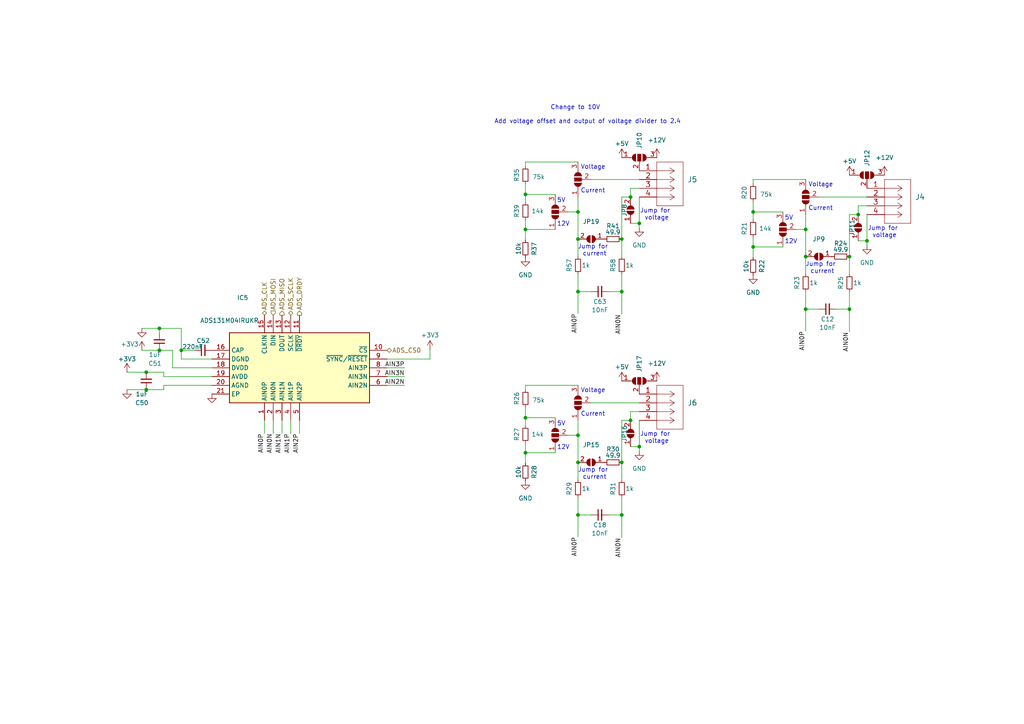
<source format=kicad_sch>
(kicad_sch (version 20250114) (generator "eeschema") (generator_version "9.0")
  (paper "A4")
  (lib_symbols
    (symbol "Device:C_Small" (pin_numbers (hide yes)) (pin_names (offset 0.254) (hide yes))
      (property "Reference" "C" (at 0.254 1.778 0))
      (property "Value" "C_Small" (at 0.254 -2.032 0))
      (symbol "C_Small_0_1"
        (polyline (pts (xy -1.524 0.508) (xy 1.524 0.508)) (stroke (width 0.3048)))
        (polyline (pts (xy -1.524 -0.508) (xy 1.524 -0.508)) (stroke (width 0.3302)))
      )
      (symbol "C_Small_1_1"
        (pin passive line (at 0 2.54 270) (length 2.032) (name "~") (number "1"))
        (pin passive line (at 0 -2.54 90) (length 2.032) (name "~") (number "2"))
      )
    )
    (symbol "Device:R_Small" (pin_numbers (hide yes)) (pin_names (offset 0.254) (hide yes))
      (property "Reference" "R" (at 0.762 0.508 0))
      (property "Value" "R_Small" (at 0.762 -1.016 0))
      (symbol "R_Small_0_1"
        (rectangle (start -0.762 1.778) (end 0.762 -1.778) (stroke (width 0.2032)))
      )
      (symbol "R_Small_1_1"
        (pin passive line (at 0 2.54 270) (length 0.762) (name "~") (number "1"))
        (pin passive line (at 0 -2.54 90) (length 0.762) (name "~") (number "2"))
      )
    )
    (symbol "GND_1" (power) (pin_names (offset 0))
      (property "Value" "GND_1" (at 0 -3.81 0))
      (symbol "GND_1_0_1"
        (polyline (pts (xy 0 0) (xy 0 -1.27) (xy 1.27 -1.27) (xy 0 -2.54) (xy -1.27 -1.27) (xy 0 -1.27)))
      )
      (symbol "GND_1_1_1"
        (pin power_in line (at 0 0 270) (length 0) (hide yes) (name "GND") (number "1"))
      )
    )
    (symbol "Jumper:SolderJumper_2_Open" (pin_names (offset 0) (hide yes))
      (property "Reference" "JP" (at 0 2.032 0))
      (property "Value" "SolderJumper_2_Open" (at 0 -2.54 0))
      (symbol "SolderJumper_2_Open_0_1"
        (polyline (pts (xy -0.254 1.016) (xy -0.254 -1.016)))
        (arc (start -0.254 -1.016) (mid -1.2656 0) (end -0.254 1.016))
        (arc (start -0.254 -1.016) (mid -1.2656 0) (end -0.254 1.016) (fill (type outline)))
        (arc (start 0.254 1.016) (mid 1.2656 0) (end 0.254 -1.016))
        (arc (start 0.254 1.016) (mid 1.2656 0) (end 0.254 -1.016) (fill (type outline)))
        (polyline (pts (xy 0.254 1.016) (xy 0.254 -1.016)))
      )
      (symbol "SolderJumper_2_Open_1_1"
        (pin passive line (at -3.81 0 0) (length 2.54) (name "A") (number "1"))
        (pin passive line (at 3.81 0 180) (length 2.54) (name "B") (number "2"))
      )
    )
    (symbol "Jumper:SolderJumper_3_Open" (pin_names (offset 0) (hide yes))
      (property "Reference" "JP" (at -2.54 -2.54 0))
      (property "Value" "SolderJumper_3_Open" (at 0 2.794 0))
      (symbol "SolderJumper_3_Open_0_1"
        (polyline (pts (xy -2.54 0) (xy -2.032 0)))
        (polyline (pts (xy -1.016 1.016) (xy -1.016 -1.016)))
        (arc (start -1.016 -1.016) (mid -2.0276 0) (end -1.016 1.016))
        (arc (start -1.016 -1.016) (mid -2.0276 0) (end -1.016 1.016) (fill (type outline)))
        (rectangle (start -0.508 1.016) (end 0.508 -1.016) (fill (type outline)))
        (polyline (pts (xy 0 -1.27) (xy 0 -1.016)))
        (arc (start 1.016 1.016) (mid 2.0276 0) (end 1.016 -1.016))
        (arc (start 1.016 1.016) (mid 2.0276 0) (end 1.016 -1.016) (fill (type outline)))
        (polyline (pts (xy 1.016 1.016) (xy 1.016 -1.016)))
        (polyline (pts (xy 2.54 0) (xy 2.032 0)))
      )
      (symbol "SolderJumper_3_Open_1_1"
        (pin passive line (at -5.08 0 0) (length 2.54) (name "A") (number "1"))
        (pin input line (at 0 -3.81 90) (length 2.54) (name "C") (number "2"))
        (pin passive line (at 5.08 0 180) (length 2.54) (name "B") (number "3"))
      )
    )
    (symbol "iclr:1053131104" (pin_names (offset 0.254) (hide yes))
      (property "Reference" "J" (at 8.89 6.35 0))
      (property "Value" "1053131104" (at 10.16 -5.08 0))
      (symbol "1053131104_1_1"
        (polyline (pts (xy 5.08 2.54) (xy 5.08 -10.16)) (stroke (width 0.127)))
        (polyline (pts (xy 5.08 -10.16) (xy 12.7 -10.16)) (stroke (width 0.127)))
        (polyline (pts (xy 10.16 0) (xy 5.08 0)) (stroke (width 0.127)))
        (polyline (pts (xy 10.16 0) (xy 8.89 0.8382)) (stroke (width 0.127)))
        (polyline (pts (xy 10.16 0) (xy 8.89 -0.8382)) (stroke (width 0.127)))
        (polyline (pts (xy 10.16 -2.54) (xy 5.08 -2.54)) (stroke (width 0.127)))
        (polyline (pts (xy 10.16 -2.54) (xy 8.89 -1.7018)) (stroke (width 0.127)))
        (polyline (pts (xy 10.16 -2.54) (xy 8.89 -3.3782)) (stroke (width 0.127)))
        (polyline (pts (xy 10.16 -5.08) (xy 5.08 -5.08)) (stroke (width 0.127)))
        (polyline (pts (xy 10.16 -5.08) (xy 8.89 -4.2418)) (stroke (width 0.127)))
        (polyline (pts (xy 10.16 -5.08) (xy 8.89 -5.9182)) (stroke (width 0.127)))
        (polyline (pts (xy 10.16 -7.62) (xy 5.08 -7.62)) (stroke (width 0.127)))
        (polyline (pts (xy 10.16 -7.62) (xy 8.89 -6.7818)) (stroke (width 0.127)))
        (polyline (pts (xy 10.16 -7.62) (xy 8.89 -8.4582)) (stroke (width 0.127)))
        (polyline (pts (xy 12.7 2.54) (xy 5.08 2.54)) (stroke (width 0.127)))
        (polyline (pts (xy 12.7 -10.16) (xy 12.7 2.54)) (stroke (width 0.127)))
        (pin unspecified line (at 0 0 0) (length 5.08) (name "1") (number "1"))
        (pin unspecified line (at 0 -2.54 0) (length 5.08) (name "2") (number "2"))
        (pin unspecified line (at 0 -5.08 0) (length 5.08) (name "3") (number "3"))
        (pin unspecified line (at 0 -7.62 0) (length 5.08) (name "4") (number "4"))
      )
    )
    (symbol "iclr:ADS131M04IRUKR"
      (property "Reference" "IC" (at 26.67 15.24 0))
      (property "Value" "ADS131M04IRUKR" (at 26.67 12.7 0))
      (symbol "ADS131M04IRUKR_1_1"
        (rectangle (start 5.08 10.16) (end 25.4 -30.48) (stroke (width 0.254)) (fill (type background)))
        (pin passive line (at 0 0 0) (length 5.08) (name "AIN0P") (number "1"))
        (pin passive line (at 0 -2.54 0) (length 5.08) (name "AIN0N") (number "2"))
        (pin passive line (at 0 -5.08 0) (length 5.08) (name "AIN1N") (number "3"))
        (pin passive line (at 0 -7.62 0) (length 5.08) (name "AIN1P") (number "4"))
        (pin passive line (at 0 -10.16 0) (length 5.08) (name "AIN2P") (number "5"))
        (pin passive line (at 7.62 15.24 270) (length 5.08) (name "EP") (number "21"))
        (pin passive line (at 10.16 15.24 270) (length 5.08) (name "AGND") (number "20"))
        (pin passive line (at 10.16 -35.56 90) (length 5.08) (name "AIN2N") (number "6"))
        (pin passive line (at 12.7 15.24 270) (length 5.08) (name "AVDD") (number "19"))
        (pin passive line (at 12.7 -35.56 90) (length 5.08) (name "AIN3N") (number "7"))
        (pin passive line (at 15.24 15.24 270) (length 5.08) (name "DVDD") (number "18"))
        (pin passive line (at 15.24 -35.56 90) (length 5.08) (name "AIN3P") (number "8"))
        (pin passive line (at 17.78 15.24 270) (length 5.08) (name "DGND") (number "17"))
        (pin passive line (at 17.78 -35.56 90) (length 5.08) (name "~{SYNC}/~{RESET}") (number "9"))
        (pin passive line (at 20.32 15.24 270) (length 5.08) (name "CAP") (number "16"))
        (pin passive line (at 20.32 -35.56 90) (length 5.08) (name "~{CS}") (number "10"))
        (pin passive line (at 30.48 0 180) (length 5.08) (name "CLKIN") (number "15"))
        (pin passive line (at 30.48 -2.54 180) (length 5.08) (name "DIN") (number "14"))
        (pin passive line (at 30.48 -5.08 180) (length 5.08) (name "DOUT") (number "13"))
        (pin passive line (at 30.48 -7.62 180) (length 5.08) (name "SCLK") (number "12"))
        (pin passive line (at 30.48 -10.16 180) (length 5.08) (name "~{DRDY}") (number "11"))
      )
    )
    (symbol "power:+12V" (power) (pin_names (offset 0))
      (property "Value" "+12V" (at 0 3.556 0))
      (symbol "+12V_0_1"
        (polyline (pts (xy -0.762 1.27) (xy 0 2.54)))
        (polyline (pts (xy 0 2.54) (xy 0.762 1.27)))
        (polyline (pts (xy 0 0) (xy 0 2.54)))
      )
      (symbol "+12V_1_1"
        (pin power_in line (at 0 0 90) (length 0) (hide yes) (name "+12V") (number "1"))
      )
    )
    (symbol "power:+3.3V" (power) (pin_names (offset 0))
      (property "Value" "+3.3V" (at 0 3.556 0))
      (symbol "+3.3V_0_1"
        (polyline (pts (xy -0.762 1.27) (xy 0 2.54)))
        (polyline (pts (xy 0 2.54) (xy 0.762 1.27)))
        (polyline (pts (xy 0 0) (xy 0 2.54)))
      )
      (symbol "+3.3V_1_1"
        (pin power_in line (at 0 0 90) (length 0) (hide yes) (name "+3V3") (number "1"))
      )
    )
    (symbol "power:+3V3" (power) (pin_numbers (hide yes)) (pin_names (offset 0) (hide yes))
      (property "Value" "+3V3" (at 0 3.556 0))
      (symbol "+3V3_0_1"
        (polyline (pts (xy -0.762 1.27) (xy 0 2.54)))
        (polyline (pts (xy 0 2.54) (xy 0.762 1.27)))
        (polyline (pts (xy 0 0) (xy 0 2.54)))
      )
      (symbol "+3V3_1_1"
        (pin power_in line (at 0 0 90) (length 0) (name "~") (number "1"))
      )
    )
    (symbol "power:+5V" (power) (pin_names (offset 0))
      (property "Value" "+5V" (at 0 3.556 0))
      (symbol "+5V_0_1"
        (polyline (pts (xy -0.762 1.27) (xy 0 2.54)))
        (polyline (pts (xy 0 2.54) (xy 0.762 1.27)))
        (polyline (pts (xy 0 0) (xy 0 2.54)))
      )
      (symbol "+5V_1_1"
        (pin power_in line (at 0 0 90) (length 0) (hide yes) (name "+5V") (number "1"))
      )
    )
    (symbol "power:GND" (power) (pin_names (offset 0))
      (property "Value" "GND" (at 0 -3.81 0))
      (symbol "GND_0_1"
        (polyline (pts (xy 0 0) (xy 0 -1.27) (xy 1.27 -1.27) (xy 0 -2.54) (xy -1.27 -1.27) (xy 0 -1.27)))
      )
      (symbol "GND_1_1"
        (pin power_in line (at 0 0 270) (length 0) (hide yes) (name "GND") (number "1"))
      )
    )
  )
  (text "Jump for \ncurrent" (at 172.466 139.192 0) (effects (font (size 1.27 1.27)) (justify bottom)))
  (text "12V\n" (at 161.544 130.556 0) (effects (font (size 1.27 1.27)) (justify left bottom)))
  (text "Add voltage offset and output of voltage divider to 2.4" (at 170.434 35.306 0) (effects (font (size 1.27 1.27))))
  (text "12V\n" (at 161.544 65.786 0) (effects (font (size 1.27 1.27)) (justify left bottom)))
  (text "Voltage" (at 168.402 49.276 0) (effects (font (size 1.27 1.27)) (justify left bottom)))
  (text "5V" (at 161.544 58.928 0) (effects (font (size 1.27 1.27)) (justify left bottom)))
  (text "Jump for \nvoltage" (at 256.54 69.088 0) (effects (font (size 1.27 1.27)) (justify bottom)))
  (text "Change to 10V" (at 166.878 31.242 0) (effects (font (size 1.27 1.27))))
  (text "Jump for \ncurrent" (at 238.506 79.502 0) (effects (font (size 1.27 1.27)) (justify bottom)))
  (text "5V" (at 161.544 123.698 0) (effects (font (size 1.27 1.27)) (justify left bottom)))
  (text "Current" (at 234.442 61.214 0) (effects (font (size 1.27 1.27)) (justify left bottom)))
  (text "Current" (at 168.402 120.904 0) (effects (font (size 1.27 1.27)) (justify left bottom)))
  (text "Voltage" (at 168.402 114.046 0) (effects (font (size 1.27 1.27)) (justify left bottom)))
  (text "Current" (at 168.402 56.134 0) (effects (font (size 1.27 1.27)) (justify left bottom)))
  (text "Jump for \nvoltage" (at 190.5 128.778 0) (effects (font (size 1.27 1.27)) (justify bottom)))
  (text "Voltage" (at 234.442 54.356 0) (effects (font (size 1.27 1.27)) (justify left bottom)))
  (text "5V" (at 227.584 64.008 0) (effects (font (size 1.27 1.27)) (justify left bottom)))
  (text "12V\n" (at 227.584 70.866 0) (effects (font (size 1.27 1.27)) (justify left bottom)))
  (text "Jump for \ncurrent" (at 172.466 74.422 0) (effects (font (size 1.27 1.27)) (justify bottom)))
  (text "Jump for \nvoltage" (at 190.5 64.008 0) (effects (font (size 1.27 1.27)) (justify bottom)))
  (junction (at 167.64 69.342))
  (junction (at 42.418 107.95))
  (junction (at 167.64 149.352))
  (junction (at 152.4 131.318))
  (junction (at 251.46 69.85))
  (junction (at 42.418 113.03))
  (junction (at 152.4 121.158))
  (junction (at 218.44 71.628))
  (junction (at 248.92 62.23))
  (junction (at 185.42 64.77))
  (junction (at 233.68 89.662))
  (junction (at 246.38 74.422))
  (junction (at 167.64 61.468))
  (junction (at 185.42 129.54))
  (junction (at 180.34 84.582))
  (junction (at 46.228 95.25))
  (junction (at 182.88 121.92))
  (junction (at 152.4 56.388))
  (junction (at 46.228 101.6))
  (junction (at 167.64 134.112))
  (junction (at 167.64 126.238))
  (junction (at 233.68 66.548))
  (junction (at 180.34 149.352))
  (junction (at 180.34 134.112))
  (junction (at 233.68 74.422))
  (junction (at 182.88 57.15))
  (junction (at 152.4 66.548))
  (junction (at 218.44 61.468))
  (junction (at 52.578 101.6))
  (junction (at 246.38 89.662))
  (junction (at 180.34 69.342))
  (junction (at 167.64 84.582))
  (wire (pts (xy 152.4 121.158) (xy 161.036 121.158)))
  (wire (pts (xy 152.4 66.548) (xy 152.4 69.596)))
  (wire (pts (xy 218.44 58.42) (xy 218.44 61.468)))
  (wire (pts (xy 152.4 63.754) (xy 152.4 66.548)))
  (wire (pts (xy 112.268 111.76) (xy 117.348 111.76)))
  (wire (pts (xy 41.148 101.6) (xy 46.228 101.6)))
  (wire (pts (xy 36.83 113.03) (xy 42.418 113.03)))
  (wire (pts (xy 79.248 125.73) (xy 79.248 121.92)))
  (wire (pts (xy 167.64 144.272) (xy 167.64 149.352)))
  (wire (pts (xy 185.42 129.54) (xy 185.42 130.81)))
  (wire (pts (xy 167.64 84.582) (xy 171.45 84.582)))
  (wire (pts (xy 237.49 57.15) (xy 251.46 57.15)))
  (wire (pts (xy 50.038 106.68) (xy 61.468 106.68)))
  (wire (pts (xy 164.846 61.468) (xy 167.64 61.468)))
  (wire (pts (xy 176.53 84.582) (xy 180.34 84.582)))
  (wire (pts (xy 84.328 125.73) (xy 84.328 121.92)))
  (wire (pts (xy 52.578 101.6) (xy 52.578 104.14)))
  (wire (pts (xy 218.44 71.628) (xy 227.076 71.628)))
  (wire (pts (xy 218.44 61.468) (xy 218.44 63.754)))
  (wire (pts (xy 47.498 111.76) (xy 61.468 111.76)))
  (wire (pts (xy 185.42 64.77) (xy 185.42 66.04)))
  (wire (pts (xy 152.4 118.11) (xy 152.4 121.158)))
  (wire (pts (xy 167.64 134.112) (xy 167.64 139.192)))
  (wire (pts (xy 180.34 134.112) (xy 180.34 121.92)))
  (wire (pts (xy 246.38 89.662) (xy 246.38 84.582)))
  (wire (pts (xy 152.4 121.158) (xy 152.4 123.444)))
  (wire (pts (xy 152.4 56.388) (xy 161.036 56.388)))
  (wire (pts (xy 180.34 69.342) (xy 180.34 74.422)))
  (wire (pts (xy 251.46 62.23) (xy 251.46 69.85)))
  (wire (pts (xy 81.788 125.73) (xy 81.788 121.92)))
  (wire (pts (xy 182.88 64.77) (xy 185.42 64.77)))
  (wire (pts (xy 233.68 74.422) (xy 233.68 79.502)))
  (wire (pts (xy 180.34 69.342) (xy 180.34 57.15)))
  (wire (pts (xy 152.4 128.524) (xy 152.4 131.318)))
  (wire (pts (xy 47.498 107.95) (xy 47.498 109.22)))
  (wire (pts (xy 52.578 101.6) (xy 56.388 101.6)))
  (wire (pts (xy 233.68 66.548) (xy 233.68 74.422)))
  (wire (pts (xy 167.64 149.352) (xy 171.45 149.352)))
  (wire (pts (xy 124.714 101.346) (xy 124.714 104.14)))
  (wire (pts (xy 233.68 62.23) (xy 233.68 66.548)))
  (wire (pts (xy 152.4 131.318) (xy 152.4 134.366)))
  (wire (pts (xy 180.34 84.582) (xy 180.34 79.502)))
  (wire (pts (xy 233.68 89.662) (xy 233.68 96.012)))
  (wire (pts (xy 152.4 111.76) (xy 152.4 113.03)))
  (wire (pts (xy 251.46 69.85) (xy 251.46 71.12)))
  (wire (pts (xy 47.498 109.22) (xy 61.468 109.22)))
  (wire (pts (xy 41.148 95.25) (xy 46.228 95.25)))
  (wire (pts (xy 152.4 53.34) (xy 152.4 56.388)))
  (wire (pts (xy 167.64 126.238) (xy 167.64 134.112)))
  (wire (pts (xy 246.38 62.23) (xy 248.92 62.23)))
  (wire (pts (xy 52.578 95.25) (xy 52.578 101.6)))
  (wire (pts (xy 76.708 125.73) (xy 76.708 121.92)))
  (wire (pts (xy 218.44 61.468) (xy 227.076 61.468)))
  (wire (pts (xy 246.38 89.662) (xy 246.38 96.266)))
  (wire (pts (xy 167.64 61.468) (xy 167.64 69.342)))
  (wire (pts (xy 182.88 129.54) (xy 185.42 129.54)))
  (wire (pts (xy 248.92 69.85) (xy 251.46 69.85)))
  (wire (pts (xy 50.038 101.6) (xy 50.038 106.68)))
  (wire (pts (xy 86.868 125.73) (xy 86.868 121.92)))
  (wire (pts (xy 180.34 149.352) (xy 180.34 144.272)))
  (wire (pts (xy 47.498 113.03) (xy 47.498 111.76)))
  (wire (pts (xy 248.92 59.69) (xy 248.92 62.23)))
  (wire (pts (xy 218.44 71.628) (xy 218.44 74.676)))
  (wire (pts (xy 218.44 52.07) (xy 218.44 53.34)))
  (wire (pts (xy 246.38 74.422) (xy 246.38 79.502)))
  (wire (pts (xy 182.88 119.38) (xy 182.88 121.92)))
  (wire (pts (xy 171.45 116.84) (xy 185.42 116.84)))
  (wire (pts (xy 176.53 149.352) (xy 180.34 149.352)))
  (wire (pts (xy 233.68 52.07) (xy 218.44 52.07)))
  (wire (pts (xy 52.578 104.14) (xy 61.468 104.14)))
  (wire (pts (xy 185.42 121.92) (xy 185.42 129.54)))
  (wire (pts (xy 171.45 52.07) (xy 185.42 52.07)))
  (wire (pts (xy 180.34 57.15) (xy 182.88 57.15)))
  (wire (pts (xy 248.92 59.69) (xy 251.46 59.69)))
  (wire (pts (xy 167.64 111.76) (xy 152.4 111.76)))
  (wire (pts (xy 42.418 107.95) (xy 47.498 107.95)))
  (wire (pts (xy 152.4 66.548) (xy 161.036 66.548)))
  (wire (pts (xy 46.228 95.25) (xy 46.228 96.52)))
  (wire (pts (xy 112.268 104.14) (xy 124.714 104.14)))
  (wire (pts (xy 167.64 46.99) (xy 152.4 46.99)))
  (wire (pts (xy 233.68 84.582) (xy 233.68 89.662)))
  (wire (pts (xy 112.268 109.22) (xy 117.348 109.22)))
  (wire (pts (xy 246.38 74.422) (xy 246.38 62.23)))
  (wire (pts (xy 167.64 57.15) (xy 167.64 61.468)))
  (wire (pts (xy 42.418 107.95) (xy 36.83 107.95)))
  (wire (pts (xy 152.4 131.318) (xy 161.036 131.318)))
  (wire (pts (xy 182.88 54.61) (xy 182.88 57.15)))
  (wire (pts (xy 42.418 113.03) (xy 47.498 113.03)))
  (wire (pts (xy 185.42 57.15) (xy 185.42 64.77)))
  (wire (pts (xy 167.64 149.352) (xy 167.64 155.702)))
  (wire (pts (xy 180.34 121.92) (xy 182.88 121.92)))
  (wire (pts (xy 152.4 46.99) (xy 152.4 48.26)))
  (wire (pts (xy 218.44 68.834) (xy 218.44 71.628)))
  (wire (pts (xy 230.886 66.548) (xy 233.68 66.548)))
  (wire (pts (xy 167.64 79.502) (xy 167.64 84.582)))
  (wire (pts (xy 46.228 101.6) (xy 50.038 101.6)))
  (wire (pts (xy 242.57 89.662) (xy 246.38 89.662)))
  (wire (pts (xy 182.88 54.61) (xy 185.42 54.61)))
  (wire (pts (xy 152.4 56.388) (xy 152.4 58.674)))
  (wire (pts (xy 164.846 126.238) (xy 167.64 126.238)))
  (wire (pts (xy 180.34 84.582) (xy 180.34 91.186)))
  (wire (pts (xy 180.34 134.112) (xy 180.34 139.192)))
  (wire (pts (xy 180.34 149.352) (xy 180.34 155.956)))
  (wire (pts (xy 167.64 84.582) (xy 167.64 90.932)))
  (wire (pts (xy 46.228 95.25) (xy 52.578 95.25)))
  (wire (pts (xy 233.68 89.662) (xy 237.49 89.662)))
  (wire (pts (xy 182.88 119.38) (xy 185.42 119.38)))
  (wire (pts (xy 112.268 106.68) (xy 117.348 106.68)))
  (wire (pts (xy 167.64 69.342) (xy 167.64 74.422)))
  (wire (pts (xy 167.64 121.92) (xy 167.64 126.238)))
  (label "AIN2P" (at 86.868 125.73 270))
  (label "AIN2N" (at 117.348 111.76 180))
  (label "AIN0N" (at 79.248 125.73 270))
  (label "AIN1N" (at 81.788 125.73 270))
  (label "AIN3N" (at 117.348 109.22 180))
  (label "AIN0N" (at 246.38 96.266 270))
  (label "AIN0P" (at 167.64 90.932 270))
  (label "AIN0P" (at 167.64 155.702 270))
  (label "AIN1P" (at 84.328 125.73 270))
  (label "AIN0N" (at 180.34 91.186 270))
  (label "AIN3P" (at 117.348 106.68 180))
  (label "AIN0N" (at 180.34 155.956 270))
  (label "AIN0P" (at 76.708 125.73 270))
  (label "AIN0P" (at 233.68 96.012 270))
  (hierarchical_label "ADS_DRDY" (shape output) (at 86.868 91.44 90))
  (hierarchical_label "ADS_CLK" (shape bidirectional) (at 76.708 91.44 90))
  (hierarchical_label "ADS_MISO" (shape output) (at 81.788 91.44 90))
  (hierarchical_label "ADS_SCLK" (shape bidirectional) (at 84.328 91.44 90))
  (hierarchical_label "ADS_CS0" (shape bidirectional) (at 112.268 101.6 0))
  (hierarchical_label "ADS_MOSI" (shape input) (at 79.248 91.44 90))
  (symbol (lib_id "Jumper:SolderJumper_2_Open") (at 248.92 66.04 90) (unit 1)
    (property "Reference" "JP11" (at 247.142 66.04 0))
    (property "Value" "SolderJumper_2_Open" (effects (hide yes)))
    (property "Footprint" "iclr:SmallerSolderJP" (effects (hide yes)))
  )
  (symbol (lib_id "power:GND") (at 185.42 66.04 0) (unit 1)
    (property "Reference" "#PWR098" (effects (hide yes)))
    (property "Value" "GND" (at 185.42 71.12 0))
  )
  (symbol (lib_id "power:+5V") (at 180.34 45.72 0) (unit 1)
    (property "Reference" "#PWR0103" (effects (hide yes)))
    (property "Value" "+5V" (at 180.34 41.656 0))
  )
  (symbol (lib_id "Jumper:SolderJumper_2_Open") (at 182.88 60.96 90) (unit 1)
    (property "Reference" "JP8" (at 181.102 60.96 0))
    (property "Value" "SolderJumper_2_Open" (effects (hide yes)))
    (property "Footprint" "iclr:SmallerSolderJP" (effects (hide yes)))
  )
  (symbol (lib_id "Jumper:SolderJumper_2_Open") (at 171.45 134.112 180) (unit 1)
    (property "Reference" "JP15" (at 171.45 129.032 0))
    (property "Value" "SolderJumper_2_Open" (effects (hide yes)))
    (property "Footprint" "iclr:SmallerSolderJP" (effects (hide yes)))
  )
  (symbol (lib_id "Jumper:SolderJumper_3_Open") (at 185.42 110.49 0) (unit 1)
    (property "Reference" "JP17" (at 185.42 107.95 90) (effects (justify left)))
    (property "Value" "SolderJumper_3_Open" (effects (hide yes)))
    (property "Footprint" "Jumper:SolderJumper-3_P1.3mm_Open_RoundedPad1.0x1.5mm_NumberLabels" (effects (hide yes)))
  )
  (symbol (lib_id "power:+5V") (at 180.34 110.49 0) (unit 1)
    (property "Reference" "#PWR058" (effects (hide yes)))
    (property "Value" "+5V" (at 180.34 106.426 0))
  )
  (symbol (lib_name "GND_1") (lib_id "power:GND") (at 61.468 114.3 0) (unit 1)
    (property "Reference" "#PWR0121" (effects (hide yes)))
    (property "Value" "GND" (effects (hide yes)))
  )
  (symbol (lib_id "power:+3V3") (at 124.714 101.346 0) (unit 1)
    (property "Reference" "#PWR052" (effects (hide yes)))
    (property "Value" "+3V3" (at 124.714 97.2129 0))
    (property "Description" "Power symbol creates a global label with name \"+3V3\"" (effects (hide yes)))
  )
  (symbol (lib_id "Jumper:SolderJumper_2_Open") (at 182.88 125.73 90) (unit 1)
    (property "Reference" "JP16" (at 181.102 125.73 0))
    (property "Value" "SolderJumper_2_Open" (effects (hide yes)))
    (property "Footprint" "iclr:SmallerSolderJP" (effects (hide yes)))
  )
  (symbol (lib_id "Jumper:SolderJumper_2_Open") (at 171.45 69.342 180) (unit 1)
    (property "Reference" "JP19" (at 171.45 64.262 0))
    (property "Value" "SolderJumper_2_Open" (effects (hide yes)))
    (property "Footprint" "iclr:SmallerSolderJP" (effects (hide yes)))
  )
  (symbol (lib_id "Jumper:SolderJumper_3_Open") (at 161.036 126.238 90) (unit 1)
    (property "Reference" "JP13" (effects (hide yes)))
    (property "Value" "SolderJumper_3_Open" (effects (hide yes)))
    (property "Footprint" "Jumper:SolderJumper-3_P1.3mm_Open_RoundedPad1.0x1.5mm_NumberLabels" (effects (hide yes)))
  )
  (symbol (lib_id "Device:R_Small") (at 246.38 82.042 0) (unit 1)
    (property "Reference" "R25" (at 243.84 82.042 90))
    (property "Value" "1k" (at 248.666 82.042 0))
    (property "Footprint" "Resistor_SMD:R_0402_1005Metric" (effects (hide yes)))
  )
  (symbol (lib_id "Device:R_Small") (at 167.64 141.732 0) (unit 1)
    (property "Reference" "R29" (at 165.1 141.732 90))
    (property "Value" "1k" (at 169.926 141.732 0))
    (property "Footprint" "Resistor_SMD:R_0402_1005Metric" (effects (hide yes)))
  )
  (symbol (lib_id "power:GND") (at 218.44 79.756 0) (unit 1)
    (property "Reference" "#PWR053" (effects (hide yes)))
    (property "Value" "GND" (at 218.44 84.836 0))
  )
  (symbol (lib_id "power:+3.3V") (at 41.148 101.6 0) (unit 1)
    (property "Reference" "#PWR091" (effects (hide yes)))
    (property "Value" "+3V3" (at 37.592 99.822 0))
  )
  (symbol (lib_id "Device:R_Small") (at 152.4 115.57 0) (unit 1)
    (property "Reference" "R26" (at 149.86 115.57 90))
    (property "Value" "75k" (at 156.21 116.078 0))
    (property "Footprint" "Resistor_SMD:R_0402_1005Metric" (effects (hide yes)))
    (property "MPN" "RT0402BRD0775KL" (effects (hide yes)))
  )
  (symbol (lib_id "Device:R_Small") (at 243.84 74.422 90) (unit 1)
    (property "Reference" "R24" (at 243.84 70.612 90))
    (property "Value" "49.9" (at 243.84 72.39 90))
    (property "Footprint" "Resistor_SMD:R_0402_1005Metric" (effects (hide yes)))
    (property "MPN" "RT0402BRD0749R9L" (effects (hide yes)))
  )
  (symbol (lib_id "power:+5V") (at 246.38 50.8 0) (unit 1)
    (property "Reference" "#PWR054" (effects (hide yes)))
    (property "Value" "+5V" (at 246.38 46.736 0))
  )
  (symbol (lib_id "Jumper:SolderJumper_3_Open") (at 167.64 116.84 90) (unit 1)
    (property "Reference" "JP14" (effects (hide yes)))
    (property "Value" "SolderJumper_3_Open" (effects (hide yes)))
    (property "Footprint" "Jumper:SolderJumper-3_P1.3mm_Open_RoundedPad1.0x1.5mm_NumberLabels" (effects (hide yes)))
  )
  (symbol (lib_id "power:GND") (at 251.46 71.12 0) (unit 1)
    (property "Reference" "#PWR055" (effects (hide yes)))
    (property "Value" "GND" (at 251.46 76.2 0))
  )
  (symbol (lib_id "Jumper:SolderJumper_3_Open") (at 161.036 61.468 90) (unit 1)
    (property "Reference" "JP6" (effects (hide yes)))
    (property "Value" "SolderJumper_3_Open" (effects (hide yes)))
    (property "Footprint" "Jumper:SolderJumper-3_P1.3mm_Open_RoundedPad1.0x1.5mm_NumberLabels" (effects (hide yes)))
  )
  (symbol (lib_id "iclr:ADS131M04IRUKR") (at 76.708 121.92 90) (unit 1)
    (property "Reference" "IC5" (at 70.3894 86.36 90))
    (property "Value" "ADS131M04IRUKR" (at 66.548 92.964 90))
    (property "Footprint" "QFN40P300X300X80-21N-D" (effects (hide yes)))
    (property "Datasheet" "https://www.ti.com/lit/ds/symlink/ads131m04.pdf?ts=1684296802707" (effects (hide yes)))
    (property "Description" "4-channel, simultaneously-sampling, 24-bit, delta-sigma ADC" (effects (hide yes)))
    (property "Height" "0.8" (effects (hide yes)))
    (property "Manufacturer_Name" "Texas Instruments" (effects (hide yes)))
    (property "Manufacturer_Part_Number" "ADS131M04IRUKR" (effects (hide yes)))
    (property "Mouser Part Number" "595-ADS131M04IRUKR" (effects (hide yes)))
    (property "Mouser Price/Stock" "https://www.mouser.co.uk/ProductDetail/Texas-Instruments/ADS131M04IRUKR?qs=vLWxofP3U2wP1yUmK0B01A%3D%3D" (effects (hide yes)))
    (property "Arrow Part Number" "ADS131M04IRUKR" (effects (hide yes)))
    (property "Arrow Price/Stock" "https://www.arrow.com/en/products/ads131m04irukr/texas-instruments?region=nac" (effects (hide yes)))
    (property "MPN" "ADS131M04IRUKR" (effects (hide yes)))
  )
  (symbol (lib_id "Device:R_Small") (at 152.4 50.8 0) (unit 1)
    (property "Reference" "R35" (at 149.86 50.8 90))
    (property "Value" "75k" (at 156.21 51.308 0))
    (property "Footprint" "Resistor_SMD:R_0402_1005Metric" (effects (hide yes)))
    (property "MPN" "RT0402BRD0775KL" (effects (hide yes)))
  )
  (symbol (lib_id "Device:R_Small") (at 180.34 141.732 0) (unit 1)
    (property "Reference" "R31" (at 177.8 141.732 90))
    (property "Value" "1k" (at 182.626 141.732 0))
    (property "Footprint" "Resistor_SMD:R_0402_1005Metric" (effects (hide yes)))
  )
  (symbol (lib_id "Device:R_Small") (at 177.8 69.342 90) (unit 1)
    (property "Reference" "R41" (at 177.8 65.532 90))
    (property "Value" "49.9" (at 177.8 67.31 90))
    (property "Footprint" "Resistor_SMD:R_0402_1005Metric" (effects (hide yes)))
    (property "MPN" "RT0402BRD0749R9L" (effects (hide yes)))
  )
  (symbol (lib_id "Jumper:SolderJumper_3_Open") (at 227.076 66.548 90) (unit 1)
    (property "Reference" "JP4" (effects (hide yes)))
    (property "Value" "SolderJumper_3_Open" (effects (hide yes)))
    (property "Footprint" "Jumper:SolderJumper-3_P1.3mm_Open_RoundedPad1.0x1.5mm_NumberLabels" (effects (hide yes)))
  )
  (symbol (lib_id "Device:R_Small") (at 152.4 61.214 0) (unit 1)
    (property "Reference" "R39" (at 149.86 61.214 90))
    (property "Value" "14k" (at 155.956 61.214 0))
    (property "Footprint" "Resistor_SMD:R_0402_1005Metric" (effects (hide yes)))
    (property "MPN" "0402WGF1402TCE" (effects (hide yes)))
  )
  (symbol (lib_name "GND_1") (lib_id "power:GND") (at 36.83 113.03 0) (unit 1)
    (property "Reference" "#PWR089" (effects (hide yes)))
    (property "Value" "GND" (effects (hide yes)))
  )
  (symbol (lib_id "Device:R_Small") (at 177.8 134.112 90) (unit 1)
    (property "Reference" "R30" (at 177.8 130.302 90))
    (property "Value" "49.9" (at 177.8 132.08 90))
    (property "Footprint" "Resistor_SMD:R_0402_1005Metric" (effects (hide yes)))
    (property "MPN" "RT0402BRD0749R9L" (effects (hide yes)))
  )
  (symbol (lib_id "iclr:1053131104") (at 185.42 114.3 0) (unit 1)
    (property "Reference" "J6" (at 199.39 116.84 0) (effects (font (size 1.524 1.524)) (justify left)))
    (property "Value" "1053131104" (effects (hide yes)))
    (property "Footprint" "Connector_Molex:Molex_Nano-Fit_105313-xx04_1x04_P2.50mm_Horizontal" (effects (hide yes)))
  )
  (symbol (lib_id "Jumper:SolderJumper_3_Open") (at 167.64 52.07 90) (unit 1)
    (property "Reference" "JP5" (effects (hide yes)))
    (property "Value" "SolderJumper_3_Open" (effects (hide yes)))
    (property "Footprint" "Jumper:SolderJumper-3_P1.3mm_Open_RoundedPad1.0x1.5mm_NumberLabels" (effects (hide yes)))
  )
  (symbol (lib_id "Device:R_Small") (at 233.68 82.042 0) (unit 1)
    (property "Reference" "R23" (at 231.14 82.042 90))
    (property "Value" "1k" (at 235.966 82.042 0))
    (property "Footprint" "Resistor_SMD:R_0402_1005Metric" (effects (hide yes)))
  )
  (symbol (lib_id "power:+12V") (at 190.5 110.49 0) (unit 1)
    (property "Reference" "#PWR060" (effects (hide yes)))
    (property "Value" "+12V" (at 190.5 105.41 0))
  )
  (symbol (lib_id "Jumper:SolderJumper_3_Open") (at 233.68 57.15 90) (unit 1)
    (property "Reference" "JP7" (effects (hide yes)))
    (property "Value" "SolderJumper_3_Open" (effects (hide yes)))
    (property "Footprint" "Jumper:SolderJumper-3_P1.3mm_Open_RoundedPad1.0x1.5mm_NumberLabels" (effects (hide yes)))
  )
  (symbol (lib_id "Device:R_Small") (at 152.4 72.136 180) (unit 1)
    (property "Reference" "R37" (at 154.94 72.136 90))
    (property "Value" "10k" (at 150.368 72.136 90))
    (property "Footprint" "Resistor_SMD:R_0402_1005Metric" (effects (hide yes)))
    (property "MPN" " ERA2ARB103X" (effects (hide yes)))
  )
  (symbol (lib_id "Device:C_Small") (at 46.228 99.06 180) (unit 1)
    (property "Reference" "C51" (at 44.958 105.41 0))
    (property "Value" "1uF" (at 44.958 102.87 0))
    (property "Footprint" "Capacitor_SMD:C_0402_1005Metric" (effects (hide yes)))
  )
  (symbol (lib_id "Device:R_Small") (at 180.34 76.962 0) (unit 1)
    (property "Reference" "R58" (at 177.8 76.962 90))
    (property "Value" "1k" (at 182.626 76.962 0))
    (property "Footprint" "Resistor_SMD:R_0402_1005Metric" (effects (hide yes)))
  )
  (symbol (lib_id "power:GND") (at 185.42 130.81 0) (unit 1)
    (property "Reference" "#PWR059" (effects (hide yes)))
    (property "Value" "GND" (at 185.42 135.89 0))
  )
  (symbol (lib_id "power:GND") (at 152.4 74.676 0) (unit 1)
    (property "Reference" "#PWR094" (effects (hide yes)))
    (property "Value" "GND" (at 152.4 79.756 0))
  )
  (symbol (lib_id "Jumper:SolderJumper_2_Open") (at 237.49 74.422 180) (unit 1)
    (property "Reference" "JP9" (at 237.49 69.342 0))
    (property "Value" "SolderJumper_2_Open" (effects (hide yes)))
    (property "Footprint" "iclr:SmallerSolderJP" (effects (hide yes)))
  )
  (symbol (lib_id "power:+12V") (at 190.5 45.72 0) (unit 1)
    (property "Reference" "#PWR0100" (effects (hide yes)))
    (property "Value" "+12V" (at 190.5 40.64 0))
  )
  (symbol (lib_id "Device:C_Small") (at 42.418 110.49 180) (unit 1)
    (property "Reference" "C50" (at 41.148 116.84 0))
    (property "Value" "1uF" (at 41.148 114.3 0))
    (property "Footprint" "Capacitor_SMD:C_0402_1005Metric" (effects (hide yes)))
  )
  (symbol (lib_id "Jumper:SolderJumper_3_Open") (at 251.46 50.8 0) (unit 1)
    (property "Reference" "JP12" (at 251.46 48.26 90) (effects (justify left)))
    (property "Value" "SolderJumper_3_Open" (effects (hide yes)))
    (property "Footprint" "Jumper:SolderJumper-3_P1.3mm_Open_RoundedPad1.0x1.5mm_NumberLabels" (effects (hide yes)))
  )
  (symbol (lib_id "Device:R_Small") (at 152.4 136.906 180) (unit 1)
    (property "Reference" "R28" (at 154.94 136.906 90))
    (property "Value" "10k" (at 150.368 136.906 90))
    (property "Footprint" "Resistor_SMD:R_0402_1005Metric" (effects (hide yes)))
    (property "MPN" " ERA2ARB103X" (effects (hide yes)))
  )
  (symbol (lib_id "Device:R_Small") (at 152.4 125.984 0) (unit 1)
    (property "Reference" "R27" (at 149.86 125.984 90))
    (property "Value" "14k" (at 155.956 125.984 0))
    (property "Footprint" "Resistor_SMD:R_0402_1005Metric" (effects (hide yes)))
    (property "MPN" "0402WGF1402TCE" (effects (hide yes)))
  )
  (symbol (lib_name "GND_1") (lib_id "power:GND") (at 41.148 95.25 0) (unit 1)
    (property "Reference" "#PWR090" (effects (hide yes)))
    (property "Value" "GND" (effects (hide yes)))
  )
  (symbol (lib_id "Jumper:SolderJumper_3_Open") (at 185.42 45.72 0) (unit 1)
    (property "Reference" "JP10" (at 185.42 43.18 90) (effects (justify left)))
    (property "Value" "SolderJumper_3_Open" (effects (hide yes)))
    (property "Footprint" "Jumper:SolderJumper-3_P1.3mm_Open_RoundedPad1.0x1.5mm_NumberLabels" (effects (hide yes)))
  )
  (symbol (lib_id "Device:R_Small") (at 218.44 55.88 0) (unit 1)
    (property "Reference" "R20" (at 215.9 55.88 90))
    (property "Value" "75k" (at 222.25 56.388 0))
    (property "Footprint" "Resistor_SMD:R_0402_1005Metric" (effects (hide yes)))
    (property "MPN" "RT0402BRD0775KL" (effects (hide yes)))
  )
  (symbol (lib_id "Device:R_Small") (at 218.44 66.294 0) (unit 1)
    (property "Reference" "R21" (at 215.9 66.294 90))
    (property "Value" "14k" (at 221.996 66.294 0))
    (property "Footprint" "Resistor_SMD:R_0402_1005Metric" (effects (hide yes)))
    (property "MPN" "0402WGF1402TCE" (effects (hide yes)))
  )
  (symbol (lib_id "Device:C_Small") (at 240.03 89.662 90) (unit 1)
    (property "Reference" "C12" (at 240.03 92.5717 90))
    (property "Value" "10nF" (at 240.03 94.996 90))
    (property "Footprint" "Capacitor_SMD:C_0402_1005Metric" (effects (hide yes)))
    (property "Description" "Unpolarized capacitor, small symbol" (effects (hide yes)))
  )
  (symbol (lib_id "Device:C_Small") (at 173.99 149.352 90) (unit 1)
    (property "Reference" "C18" (at 173.99 152.2617 90))
    (property "Value" "10nF" (at 173.99 154.686 90))
    (property "Footprint" "Capacitor_SMD:C_0402_1005Metric" (effects (hide yes)))
    (property "Description" "Unpolarized capacitor, small symbol" (effects (hide yes)))
  )
  (symbol (lib_id "iclr:1053131104") (at 251.46 54.61 0) (unit 1)
    (property "Reference" "J4" (at 265.43 57.15 0) (effects (font (size 1.524 1.524)) (justify left)))
    (property "Value" "1053131104" (effects (hide yes)))
    (property "Footprint" "Connector_Molex:Molex_Nano-Fit_105313-xx04_1x04_P2.50mm_Horizontal" (effects (hide yes)))
  )
  (symbol (lib_id "Device:R_Small") (at 218.44 77.216 180) (unit 1)
    (property "Reference" "R22" (at 220.98 77.216 90))
    (property "Value" "10k" (at 216.408 77.216 90))
    (property "Footprint" "Resistor_SMD:R_0402_1005Metric" (effects (hide yes)))
    (property "MPN" " ERA2ARB103X" (effects (hide yes)))
  )
  (symbol (lib_id "Device:C_Small") (at 58.928 101.6 90) (unit 1)
    (property "Reference" "C52" (at 58.928 98.806 90))
    (property "Value" "220nF" (at 55.88 100.584 90))
    (property "Footprint" "Capacitor_SMD:C_0402_1005Metric" (effects (hide yes)))
  )
  (symbol (lib_id "power:GND") (at 152.4 139.446 0) (unit 1)
    (property "Reference" "#PWR057" (effects (hide yes)))
    (property "Value" "GND" (at 152.4 144.526 0))
  )
  (symbol (lib_id "iclr:1053131104") (at 185.42 49.53 0) (unit 1)
    (property "Reference" "J5" (at 199.39 52.07 0) (effects (font (size 1.524 1.524)) (justify left)))
    (property "Value" "1053131104" (effects (hide yes)))
    (property "Footprint" "Connector_Molex:Molex_Nano-Fit_105313-xx04_1x04_P2.50mm_Horizontal" (effects (hide yes)))
  )
  (symbol (lib_id "Device:R_Small") (at 167.64 76.962 0) (unit 1)
    (property "Reference" "R57" (at 165.1 76.962 90))
    (property "Value" "1k" (at 169.926 76.962 0))
    (property "Footprint" "Resistor_SMD:R_0402_1005Metric" (effects (hide yes)))
  )
  (symbol (lib_id "power:+3.3V") (at 36.83 107.95 0) (unit 1)
    (property "Reference" "#PWR088" (effects (hide yes)))
    (property "Value" "+3V3" (at 36.83 104.14 0))
  )
  (symbol (lib_id "power:+12V") (at 256.54 50.8 0) (unit 1)
    (property "Reference" "#PWR056" (effects (hide yes)))
    (property "Value" "+12V" (at 256.54 45.72 0))
  )
  (symbol (lib_id "Device:C_Small") (at 173.99 84.582 90) (unit 1)
    (property "Reference" "C63" (at 173.99 87.4917 90))
    (property "Value" "10nF" (at 173.99 89.916 90))
    (property "Footprint" "Capacitor_SMD:C_0402_1005Metric" (effects (hide yes)))
    (property "Description" "Unpolarized capacitor, small symbol" (effects (hide yes)))
  )
)
</source>
